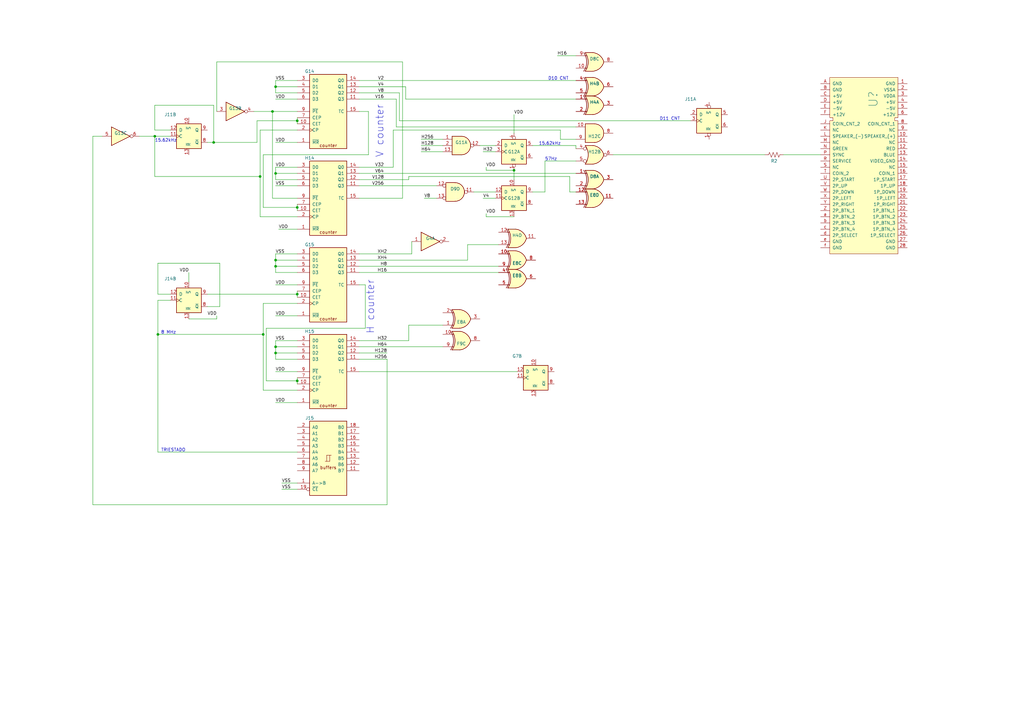
<source format=kicad_sch>
(kicad_sch (version 20211123) (generator eeschema)
  (paper "A3")
  (lib_symbols
    (symbol "Device:R_US" (pin_numbers hide) (pin_names (offset 0))
      (property "Reference" "R" (at 2.54 0 90))
      (property "Value" "R_US" (at -2.54 0 90))
      (symbol "R_US_0_1"
        (polyline (pts (xy 0 -2.286) (xy 0 -2.54)))
        (polyline (pts (xy 0 2.286) (xy 0 2.54)))
        (polyline (pts (xy 0 -0.762) (xy 1.016 -1.143) (xy 0 -1.524) (xy -1.016 -1.905) (xy 0 -2.286)))
        (polyline (pts (xy 0 0.762) (xy 1.016 0.381) (xy 0 0) (xy -1.016 -0.381) (xy 0 -0.762)))
        (polyline (pts (xy 0 2.286) (xy 1.016 1.905) (xy 0 1.524) (xy -1.016 1.143) (xy 0 0.762)))
      )
      (symbol "R_US_1_1"
        (pin passive line (at 0 3.81 270) (length 1.27) (name "~") (number "1"))
        (pin passive line (at 0 -3.81 90) (length 1.27) (name "~") (number "2"))
      )
    )
    (symbol "arcade:JAMMA_CONN" (pin_names (offset 1.016))
      (property "Reference" "U" (at 10.16 -8.89 90))
      (property "Value" "arcade_JAMMA_CONN" (at 13.97 -10.16 90))
      (symbol "JAMMA_CONN_0_1"
        (polyline (pts (xy 0 0) (xy 0 -16.51) (xy 1.27 -16.51) (xy 1.27 -17.78) (xy 0 -17.78) (xy 0 -72.39) (xy 27.94 -72.39) (xy 27.94 -17.78) (xy 26.67 -17.78) (xy 26.67 -16.51) (xy 27.94 -16.51) (xy 27.94 0) (xy 0 0)) (fill (type background)))
      )
      (symbol "JAMMA_CONN_1_1"
        (pin passive line (at -3.81 -2.54 0) (length 3.81) (name "GND") (number "1"))
        (pin input line (at -3.81 -24.13 0) (length 3.81) (name "SPEAKER_(+)") (number "10"))
        (pin input line (at -3.81 -26.67 0) (length 3.81) (name "NC") (number "11"))
        (pin input line (at -3.81 -29.21 0) (length 3.81) (name "RED") (number "12"))
        (pin input line (at -3.81 -31.75 0) (length 3.81) (name "BLUE") (number "13"))
        (pin passive line (at -3.81 -34.29 0) (length 3.81) (name "VIDEO_GND") (number "14"))
        (pin input line (at -3.81 -36.83 0) (length 3.81) (name "NC") (number "15"))
        (pin output line (at -3.81 -39.37 0) (length 3.81) (name "COIN_1") (number "16"))
        (pin output line (at -3.81 -41.91 0) (length 3.81) (name "1P_START") (number "17"))
        (pin output line (at -3.81 -44.45 0) (length 3.81) (name "1P_UP") (number "18"))
        (pin output line (at -3.81 -46.99 0) (length 3.81) (name "1P_DOWN") (number "19"))
        (pin passive line (at -3.81 -5.08 0) (length 3.81) (name "VSSA") (number "2"))
        (pin output line (at -3.81 -49.53 0) (length 3.81) (name "1P_LEFT") (number "20"))
        (pin output line (at -3.81 -52.07 0) (length 3.81) (name "1P_RIGHT") (number "21"))
        (pin output line (at -3.81 -54.61 0) (length 3.81) (name "1P_BTN_1") (number "22"))
        (pin output line (at -3.81 -57.15 0) (length 3.81) (name "1P_BTN_2") (number "23"))
        (pin output line (at -3.81 -59.69 0) (length 3.81) (name "1P_BTN_3") (number "24"))
        (pin output line (at -3.81 -62.23 0) (length 3.81) (name "1P_BTN_4") (number "25"))
        (pin output line (at -3.81 -64.77 0) (length 3.81) (name "1P_SELECT") (number "26"))
        (pin passive line (at -3.81 -67.31 0) (length 3.81) (name "GND") (number "27"))
        (pin passive line (at -3.81 -69.85 0) (length 3.81) (name "GND") (number "28"))
        (pin passive line (at -3.81 -7.62 0) (length 3.81) (name "VDDA") (number "3"))
        (pin passive line (at -3.81 -10.16 0) (length 3.81) (name "+5V") (number "4"))
        (pin passive line (at -3.81 -12.7 0) (length 3.81) (name "-5V") (number "5"))
        (pin passive line (at -3.81 -15.24 0) (length 3.81) (name "+12V") (number "6"))
        (pin input line (at -3.81 -19.05 0) (length 3.81) (name "COIN_CNT_1") (number "8"))
        (pin input line (at -3.81 -21.59 0) (length 3.81) (name "NC") (number "9"))
        (pin passive line (at 31.75 -2.54 180) (length 3.81) (name "GND") (number "A"))
        (pin passive line (at 31.75 -5.08 180) (length 3.81) (name "GND") (number "B"))
        (pin passive line (at 31.75 -7.62 180) (length 3.81) (name "+5V") (number "C"))
        (pin passive line (at 31.75 -10.16 180) (length 3.81) (name "+5V") (number "D"))
        (pin passive line (at 31.75 -12.7 180) (length 3.81) (name "-5V") (number "E"))
        (pin passive line (at 31.75 -15.24 180) (length 3.81) (name "+12V") (number "F"))
        (pin input line (at 31.75 -19.05 180) (length 3.81) (name "COIN_CNT_2") (number "J"))
        (pin input line (at 31.75 -21.59 180) (length 3.81) (name "NC") (number "K"))
        (pin input line (at 31.75 -24.13 180) (length 3.81) (name "SPEAKER_(-)") (number "L"))
        (pin input line (at 31.75 -26.67 180) (length 3.81) (name "NC") (number "M"))
        (pin input line (at 31.75 -29.21 180) (length 3.81) (name "GREEN") (number "N"))
        (pin input line (at 31.75 -31.75 180) (length 3.81) (name "SYNC") (number "P"))
        (pin output line (at 31.75 -34.29 180) (length 3.81) (name "SERVICE") (number "R"))
        (pin input line (at 31.75 -36.83 180) (length 3.81) (name "NC") (number "S"))
        (pin output line (at 31.75 -39.37 180) (length 3.81) (name "COIN_2") (number "T"))
        (pin output line (at 31.75 -41.91 180) (length 3.81) (name "2P_START") (number "U"))
        (pin output line (at 31.75 -44.45 180) (length 3.81) (name "2P_UP") (number "V"))
        (pin output line (at 31.75 -46.99 180) (length 3.81) (name "2P_DOWN") (number "W"))
        (pin output line (at 31.75 -49.53 180) (length 3.81) (name "2P_LEFT") (number "X"))
        (pin output line (at 31.75 -52.07 180) (length 3.81) (name "2P_RIGHT") (number "Y"))
        (pin output line (at 31.75 -54.61 180) (length 3.81) (name "2P_BTN_1") (number "Z"))
        (pin output line (at 31.75 -57.15 180) (length 3.81) (name "2P_BTN_2") (number "a"))
        (pin output line (at 31.75 -59.69 180) (length 3.81) (name "2P_BTN_3") (number "b"))
        (pin output line (at 31.75 -62.23 180) (length 3.81) (name "2P_BTN_4") (number "c"))
        (pin output line (at 31.75 -64.77 180) (length 3.81) (name "2P_SELECT") (number "d"))
        (pin passive line (at 31.75 -67.31 180) (length 3.81) (name "GND") (number "e"))
        (pin passive line (at 31.75 -69.85 180) (length 3.81) (name "GND") (number "f"))
      )
    )
    (symbol "jt74:74LS04" (pin_names (offset 1.016))
      (property "Reference" "U" (at 0 1.27 0))
      (property "Value" "jt74_74LS04" (at 0 -1.27 0))
      (symbol "74LS04_1_0"
        (polyline (pts (xy -3.81 3.81) (xy -3.81 -3.81) (xy 3.81 0) (xy -3.81 3.81)) (stroke (width 0.254)) (fill (type background)))
        (pin input line (at -7.62 0 0) (length 3.81) (name "~") (number "1"))
        (pin output inverted (at 7.62 0 180) (length 3.81) (name "~") (number "2"))
      )
      (symbol "74LS04_2_0"
        (polyline (pts (xy -3.81 3.81) (xy -3.81 -3.81) (xy 3.81 0) (xy -3.81 3.81)) (stroke (width 0.254)) (fill (type background)))
        (pin input line (at -7.62 0 0) (length 3.81) (name "~") (number "3"))
        (pin output inverted (at 7.62 0 180) (length 3.81) (name "~") (number "4"))
      )
      (symbol "74LS04_3_0"
        (polyline (pts (xy -3.81 3.81) (xy -3.81 -3.81) (xy 3.81 0) (xy -3.81 3.81)) (stroke (width 0.254)) (fill (type background)))
        (pin input line (at -7.62 0 0) (length 3.81) (name "~") (number "5"))
        (pin output inverted (at 7.62 0 180) (length 3.81) (name "~") (number "6"))
      )
      (symbol "74LS04_4_0"
        (polyline (pts (xy -3.81 3.81) (xy -3.81 -3.81) (xy 3.81 0) (xy -3.81 3.81)) (stroke (width 0.254)) (fill (type background)))
        (pin output inverted (at 7.62 0 180) (length 3.81) (name "~") (number "8"))
        (pin input line (at -7.62 0 0) (length 3.81) (name "~") (number "9"))
      )
      (symbol "74LS04_5_0"
        (polyline (pts (xy -3.81 3.81) (xy -3.81 -3.81) (xy 3.81 0) (xy -3.81 3.81)) (stroke (width 0.254)) (fill (type background)))
        (pin output inverted (at 7.62 0 180) (length 3.81) (name "~") (number "10"))
        (pin input line (at -7.62 0 0) (length 3.81) (name "~") (number "11"))
      )
      (symbol "74LS04_6_0"
        (polyline (pts (xy -3.81 3.81) (xy -3.81 -3.81) (xy 3.81 0) (xy -3.81 3.81)) (stroke (width 0.254)) (fill (type background)))
        (pin output inverted (at 7.62 0 180) (length 3.81) (name "~") (number "12"))
        (pin input line (at -7.62 0 0) (length 3.81) (name "~") (number "13"))
      )
      (symbol "74LS04_7_0"
        (pin input line (at 0 12.7 270) (length 5.08) hide (name "VCC") (number "14"))
        (pin input line (at 0 -12.7 90) (length 5.08) hide (name "GND") (number "7"))
      )
      (symbol "74LS04_7_1"
        (rectangle (start -5.08 7.62) (end 5.08 -7.62) (stroke (width 0.254)) (fill (type background)))
      )
    )
    (symbol "jt74:74LS08" (pin_names (offset 1.016))
      (property "Reference" "U" (at 0 1.27 0))
      (property "Value" "jt74_74LS08" (at 0 -1.27 0))
      (symbol "74LS08_1_1"
        (arc (start 0 -3.81) (mid 3.81 0) (end 0 3.81) (stroke (width 0.254)) (fill (type background)))
        (polyline (pts (xy 0 3.81) (xy -3.81 3.81) (xy -3.81 -3.81) (xy 0 -3.81)) (stroke (width 0.254)) (fill (type background)))
        (pin input line (at -7.62 2.54 0) (length 3.81) (name "~") (number "1"))
        (pin input line (at -7.62 -2.54 0) (length 3.81) (name "~") (number "2"))
        (pin output line (at 7.62 0 180) (length 3.81) (name "~") (number "3"))
      )
      (symbol "74LS08_1_2"
        (arc (start -3.81 -3.81) (mid -2.589 0) (end -3.81 3.81) (stroke (width 0.254)))
        (arc (start -0.6096 -3.81) (mid 2.1842 -2.5851) (end 3.81 0) (stroke (width 0.254)) (fill (type background)))
        (polyline (pts (xy -3.81 -3.81) (xy -0.635 -3.81)) (stroke (width 0.254)) (fill (type background)))
        (polyline (pts (xy -3.81 3.81) (xy -0.635 3.81)) (stroke (width 0.254)) (fill (type background)))
        (polyline (pts (xy -0.635 3.81) (xy -3.81 3.81) (xy -3.81 3.81) (xy -3.556 3.4036) (xy -3.0226 2.2606) (xy -2.6924 1.0414) (xy -2.6162 -0.254) (xy -2.7686 -1.4986) (xy -3.175 -2.7178) (xy -3.81 -3.81) (xy -3.81 -3.81) (xy -0.635 -3.81)) (stroke (width -25.4)) (fill (type background)))
        (arc (start 3.81 0) (mid 2.1915 2.5936) (end -0.6096 3.81) (stroke (width 0.254)) (fill (type background)))
        (pin input inverted (at -7.62 2.54 0) (length 4.318) (name "~") (number "1"))
        (pin input inverted (at -7.62 -2.54 0) (length 4.318) (name "~") (number "2"))
        (pin output inverted (at 7.62 0 180) (length 3.81) (name "~") (number "3"))
      )
      (symbol "74LS08_2_1"
        (arc (start 0 -3.81) (mid 3.81 0) (end 0 3.81) (stroke (width 0.254)) (fill (type background)))
        (polyline (pts (xy 0 3.81) (xy -3.81 3.81) (xy -3.81 -3.81) (xy 0 -3.81)) (stroke (width 0.254)) (fill (type background)))
        (pin input line (at -7.62 2.54 0) (length 3.81) (name "~") (number "4"))
        (pin input line (at -7.62 -2.54 0) (length 3.81) (name "~") (number "5"))
        (pin output line (at 7.62 0 180) (length 3.81) (name "~") (number "6"))
      )
      (symbol "74LS08_2_2"
        (arc (start -3.81 -3.81) (mid -2.589 0) (end -3.81 3.81) (stroke (width 0.254)))
        (arc (start -0.6096 -3.81) (mid 2.1842 -2.5851) (end 3.81 0) (stroke (width 0.254)) (fill (type background)))
        (polyline (pts (xy -3.81 -3.81) (xy -0.635 -3.81)) (stroke (width 0.254)) (fill (type background)))
        (polyline (pts (xy -3.81 3.81) (xy -0.635 3.81)) (stroke (width 0.254)) (fill (type background)))
        (polyline (pts (xy -0.635 3.81) (xy -3.81 3.81) (xy -3.81 3.81) (xy -3.556 3.4036) (xy -3.0226 2.2606) (xy -2.6924 1.0414) (xy -2.6162 -0.254) (xy -2.7686 -1.4986) (xy -3.175 -2.7178) (xy -3.81 -3.81) (xy -3.81 -3.81) (xy -0.635 -3.81)) (stroke (width -25.4)) (fill (type background)))
        (arc (start 3.81 0) (mid 2.1915 2.5936) (end -0.6096 3.81) (stroke (width 0.254)) (fill (type background)))
        (pin input inverted (at -7.62 2.54 0) (length 4.318) (name "~") (number "4"))
        (pin input inverted (at -7.62 -2.54 0) (length 4.318) (name "~") (number "5"))
        (pin output inverted (at 7.62 0 180) (length 3.81) (name "~") (number "6"))
      )
      (symbol "74LS08_3_1"
        (arc (start 0 -3.81) (mid 3.81 0) (end 0 3.81) (stroke (width 0.254)) (fill (type background)))
        (polyline (pts (xy 0 3.81) (xy -3.81 3.81) (xy -3.81 -3.81) (xy 0 -3.81)) (stroke (width 0.254)) (fill (type background)))
        (pin input line (at -7.62 -2.54 0) (length 3.81) (name "~") (number "10"))
        (pin output line (at 7.62 0 180) (length 3.81) (name "~") (number "8"))
        (pin input line (at -7.62 2.54 0) (length 3.81) (name "~") (number "9"))
      )
      (symbol "74LS08_3_2"
        (arc (start -3.81 -3.81) (mid -2.589 0) (end -3.81 3.81) (stroke (width 0.254)))
        (arc (start -0.6096 -3.81) (mid 2.1842 -2.5851) (end 3.81 0) (stroke (width 0.254)) (fill (type background)))
        (polyline (pts (xy -3.81 -3.81) (xy -0.635 -3.81)) (stroke (width 0.254)) (fill (type background)))
        (polyline (pts (xy -3.81 3.81) (xy -0.635 3.81)) (stroke (width 0.254)) (fill (type background)))
        (polyline (pts (xy -0.635 3.81) (xy -3.81 3.81) (xy -3.81 3.81) (xy -3.556 3.4036) (xy -3.0226 2.2606) (xy -2.6924 1.0414) (xy -2.6162 -0.254) (xy -2.7686 -1.4986) (xy -3.175 -2.7178) (xy -3.81 -3.81) (xy -3.81 -3.81) (xy -0.635 -3.81)) (stroke (width -25.4)) (fill (type background)))
        (arc (start 3.81 0) (mid 2.1915 2.5936) (end -0.6096 3.81) (stroke (width 0.254)) (fill (type background)))
        (pin input inverted (at -7.62 -2.54 0) (length 4.318) (name "~") (number "10"))
        (pin output inverted (at 7.62 0 180) (length 3.81) (name "~") (number "8"))
        (pin input inverted (at -7.62 2.54 0) (length 4.318) (name "~") (number "9"))
      )
      (symbol "74LS08_4_1"
        (arc (start 0 -3.81) (mid 3.81 0) (end 0 3.81) (stroke (width 0.254)) (fill (type background)))
        (polyline (pts (xy 0 3.81) (xy -3.81 3.81) (xy -3.81 -3.81) (xy 0 -3.81)) (stroke (width 0.254)) (fill (type background)))
        (pin output line (at 7.62 0 180) (length 3.81) (name "~") (number "11"))
        (pin input line (at -7.62 2.54 0) (length 3.81) (name "~") (number "12"))
        (pin input line (at -7.62 -2.54 0) (length 3.81) (name "~") (number "13"))
      )
      (symbol "74LS08_4_2"
        (arc (start -3.81 -3.81) (mid -2.589 0) (end -3.81 3.81) (stroke (width 0.254)))
        (arc (start -0.6096 -3.81) (mid 2.1842 -2.5851) (end 3.81 0) (stroke (width 0.254)) (fill (type background)))
        (polyline (pts (xy -3.81 -3.81) (xy -0.635 -3.81)) (stroke (width 0.254)) (fill (type background)))
        (polyline (pts (xy -3.81 3.81) (xy -0.635 3.81)) (stroke (width 0.254)) (fill (type background)))
        (polyline (pts (xy -0.635 3.81) (xy -3.81 3.81) (xy -3.81 3.81) (xy -3.556 3.4036) (xy -3.0226 2.2606) (xy -2.6924 1.0414) (xy -2.6162 -0.254) (xy -2.7686 -1.4986) (xy -3.175 -2.7178) (xy -3.81 -3.81) (xy -3.81 -3.81) (xy -0.635 -3.81)) (stroke (width -25.4)) (fill (type background)))
        (arc (start 3.81 0) (mid 2.1915 2.5936) (end -0.6096 3.81) (stroke (width 0.254)) (fill (type background)))
        (pin output inverted (at 7.62 0 180) (length 3.81) (name "~") (number "11"))
        (pin input inverted (at -7.62 2.54 0) (length 4.318) (name "~") (number "12"))
        (pin input inverted (at -7.62 -2.54 0) (length 4.318) (name "~") (number "13"))
      )
      (symbol "74LS08_5_0"
        (pin input line (at 0 12.7 270) (length 5.08) hide (name "VCC") (number "14"))
        (pin input line (at 0 -12.7 90) (length 5.08) hide (name "GND") (number "7"))
      )
      (symbol "74LS08_5_1"
        (rectangle (start -5.08 7.62) (end 5.08 -7.62) (stroke (width 0.254)) (fill (type background)))
      )
    )
    (symbol "jt74:74LS10" (pin_names (offset 1.016))
      (property "Reference" "U" (at 0 1.27 0))
      (property "Value" "jt74_74LS10" (at 0 -1.27 0))
      (symbol "74LS10_1_1"
        (arc (start 0 -3.81) (mid 3.81 0) (end 0 3.81) (stroke (width 0.254)) (fill (type background)))
        (polyline (pts (xy 0 3.81) (xy -3.81 3.81) (xy -3.81 -3.81) (xy 0 -3.81)) (stroke (width 0.254)) (fill (type background)))
        (pin input line (at -7.62 2.54 0) (length 3.81) (name "~") (number "1"))
        (pin output inverted (at 7.62 0 180) (length 3.81) (name "~") (number "12"))
        (pin input line (at -7.62 -2.54 0) (length 3.81) (name "~") (number "13"))
        (pin input line (at -7.62 0 0) (length 3.81) (name "~") (number "2"))
      )
      (symbol "74LS10_1_2"
        (arc (start -3.81 -3.81) (mid -2.589 0) (end -3.81 3.81) (stroke (width 0.254)))
        (arc (start -0.6096 -3.81) (mid 2.1842 -2.5851) (end 3.81 0) (stroke (width 0.254)) (fill (type background)))
        (polyline (pts (xy -3.81 -3.81) (xy -0.635 -3.81)) (stroke (width 0.254)) (fill (type background)))
        (polyline (pts (xy -3.81 3.81) (xy -0.635 3.81)) (stroke (width 0.254)) (fill (type background)))
        (polyline (pts (xy -0.635 3.81) (xy -3.81 3.81) (xy -3.81 3.81) (xy -3.556 3.4036) (xy -3.0226 2.2606) (xy -2.6924 1.0414) (xy -2.6162 -0.254) (xy -2.7686 -1.4986) (xy -3.175 -2.7178) (xy -3.81 -3.81) (xy -3.81 -3.81) (xy -0.635 -3.81)) (stroke (width -25.4)) (fill (type background)))
        (arc (start 3.81 0) (mid 2.1915 2.5936) (end -0.6096 3.81) (stroke (width 0.254)) (fill (type background)))
        (pin input inverted (at -7.62 2.54 0) (length 4.318) (name "~") (number "1"))
        (pin output line (at 7.62 0 180) (length 3.81) (name "~") (number "12"))
        (pin input inverted (at -7.62 -2.54 0) (length 4.318) (name "~") (number "13"))
        (pin input inverted (at -7.62 0 0) (length 4.953) (name "~") (number "2"))
      )
      (symbol "74LS10_2_1"
        (arc (start 0 -3.81) (mid 3.81 0) (end 0 3.81) (stroke (width 0.254)) (fill (type background)))
        (polyline (pts (xy 0 3.81) (xy -3.81 3.81) (xy -3.81 -3.81) (xy 0 -3.81)) (stroke (width 0.254)) (fill (type background)))
        (pin input line (at -7.62 2.54 0) (length 3.81) (name "~") (number "3"))
        (pin input line (at -7.62 0 0) (length 3.81) (name "~") (number "4"))
        (pin input line (at -7.62 -2.54 0) (length 3.81) (name "~") (number "5"))
        (pin output inverted (at 7.62 0 180) (length 3.81) (name "~") (number "6"))
      )
      (symbol "74LS10_2_2"
        (arc (start -3.81 -3.81) (mid -2.589 0) (end -3.81 3.81) (stroke (width 0.254)))
        (arc (start -0.6096 -3.81) (mid 2.1842 -2.5851) (end 3.81 0) (stroke (width 0.254)) (fill (type background)))
        (polyline (pts (xy -3.81 -3.81) (xy -0.635 -3.81)) (stroke (width 0.254)) (fill (type background)))
        (polyline (pts (xy -3.81 3.81) (xy -0.635 3.81)) (stroke (width 0.254)) (fill (type background)))
        (polyline (pts (xy -0.635 3.81) (xy -3.81 3.81) (xy -3.81 3.81) (xy -3.556 3.4036) (xy -3.0226 2.2606) (xy -2.6924 1.0414) (xy -2.6162 -0.254) (xy -2.7686 -1.4986) (xy -3.175 -2.7178) (xy -3.81 -3.81) (xy -3.81 -3.81) (xy -0.635 -3.81)) (stroke (width -25.4)) (fill (type background)))
        (arc (start 3.81 0) (mid 2.1915 2.5936) (end -0.6096 3.81) (stroke (width 0.254)) (fill (type background)))
        (pin input inverted (at -7.62 2.54 0) (length 4.318) (name "~") (number "3"))
        (pin input inverted (at -7.62 0 0) (length 4.953) (name "~") (number "4"))
        (pin input inverted (at -7.62 -2.54 0) (length 4.318) (name "~") (number "5"))
        (pin output line (at 7.62 0 180) (length 3.81) (name "~") (number "6"))
      )
      (symbol "74LS10_3_1"
        (arc (start 0 -3.81) (mid 3.81 0) (end 0 3.81) (stroke (width 0.254)) (fill (type background)))
        (polyline (pts (xy 0 3.81) (xy -3.81 3.81) (xy -3.81 -3.81) (xy 0 -3.81)) (stroke (width 0.254)) (fill (type background)))
        (pin input line (at -7.62 0 0) (length 3.81) (name "~") (number "10"))
        (pin input line (at -7.62 -2.54 0) (length 3.81) (name "~") (number "11"))
        (pin output inverted (at 7.62 0 180) (length 3.81) (name "~") (number "8"))
        (pin input line (at -7.62 2.54 0) (length 3.81) (name "~") (number "9"))
      )
      (symbol "74LS10_3_2"
        (arc (start -3.81 -3.81) (mid -2.589 0) (end -3.81 3.81) (stroke (width 0.254)))
        (arc (start -0.6096 -3.81) (mid 2.1842 -2.5851) (end 3.81 0) (stroke (width 0.254)) (fill (type background)))
        (polyline (pts (xy -3.81 -3.81) (xy -0.635 -3.81)) (stroke (width 0.254)) (fill (type background)))
        (polyline (pts (xy -3.81 3.81) (xy -0.635 3.81)) (stroke (width 0.254)) (fill (type background)))
        (polyline (pts (xy -0.635 3.81) (xy -3.81 3.81) (xy -3.81 3.81) (xy -3.556 3.4036) (xy -3.0226 2.2606) (xy -2.6924 1.0414) (xy -2.6162 -0.254) (xy -2.7686 -1.4986) (xy -3.175 -2.7178) (xy -3.81 -3.81) (xy -3.81 -3.81) (xy -0.635 -3.81)) (stroke (width -25.4)) (fill (type background)))
        (arc (start 3.81 0) (mid 2.1915 2.5936) (end -0.6096 3.81) (stroke (width 0.254)) (fill (type background)))
        (pin input inverted (at -7.62 0 0) (length 4.953) (name "~") (number "10"))
        (pin input inverted (at -7.62 -2.54 0) (length 4.318) (name "~") (number "11"))
        (pin output line (at 7.62 0 180) (length 3.81) (name "~") (number "8"))
        (pin input inverted (at -7.62 2.54 0) (length 4.318) (name "~") (number "9"))
      )
      (symbol "74LS10_4_0"
        (pin input line (at 0 12.7 270) (length 5.08) hide (name "VCC") (number "14"))
        (pin input line (at 0 -12.7 90) (length 5.08) hide (name "GND") (number "7"))
      )
      (symbol "74LS10_4_1"
        (rectangle (start -5.08 7.62) (end 5.08 -7.62) (stroke (width 0.254)) (fill (type background)))
      )
    )
    (symbol "jt74:74LS161" (pin_names (offset 1.016))
      (property "Reference" "U" (at -7.62 16.51 0))
      (property "Value" "jt74_74LS161" (at -7.62 -16.51 0))
      (symbol "74LS161_0_0"
        (text "counter" (at 0 -13.97 0) (effects (font (size 1.27 1.27))))
      )
      (symbol "74LS161_0_2"
        (rectangle (start -7.62 15.24) (end 7.62 -15.24) (fill (type background)))
      )
      (symbol "74LS161_1_0"
        (pin input line (at -12.7 -12.7 0) (length 5.08) (name "~{MR}") (number "1"))
        (pin input line (at -12.7 -5.08 0) (length 5.08) (name "CET") (number "10"))
        (pin output line (at 12.7 5.08 180) (length 5.08) (name "Q3") (number "11"))
        (pin output line (at 12.7 7.62 180) (length 5.08) (name "Q2") (number "12"))
        (pin output line (at 12.7 10.16 180) (length 5.08) (name "Q1") (number "13"))
        (pin output line (at 12.7 12.7 180) (length 5.08) (name "Q0") (number "14"))
        (pin output line (at 12.7 0 180) (length 5.08) (name "TC") (number "15"))
        (pin input clock (at -12.7 -7.62 0) (length 5.08) (name "CP") (number "2"))
        (pin input line (at -12.7 12.7 0) (length 5.08) (name "D0") (number "3"))
        (pin input line (at -12.7 10.16 0) (length 5.08) (name "D1") (number "4"))
        (pin input line (at -12.7 7.62 0) (length 5.08) (name "D2") (number "5"))
        (pin input line (at -12.7 5.08 0) (length 5.08) (name "D3") (number "6"))
        (pin input line (at -12.7 -2.54 0) (length 5.08) (name "CEP") (number "7"))
        (pin input line (at -12.7 0 0) (length 5.08) (name "~{PE}") (number "9"))
      )
      (symbol "74LS161_1_1"
        (rectangle (start -7.62 15.24) (end 7.62 -15.24) (stroke (width 0.254)) (fill (type background)))
      )
    )
    (symbol "jt74:74LS245" (pin_names (offset 1.016))
      (property "Reference" "U" (at -7.62 16.51 0))
      (property "Value" "jt74_74LS245" (at 2.54 -13.97 0))
      (symbol "74LS245_0_0"
        (text "buffers" (at 0 -3.81 0) (effects (font (size 1.27 1.27))))
      )
      (symbol "74LS245_1_0"
        (polyline (pts (xy -0.635 -1.27) (xy -0.635 1.27) (xy 0.635 1.27)))
        (polyline (pts (xy -1.27 -1.27) (xy 0.635 -1.27) (xy 0.635 1.27) (xy 1.27 1.27)))
        (pin input line (at -12.7 -10.16 0) (length 5.08) (name "A->B") (number "1"))
        (pin tri_state line (at 12.7 -5.08 180) (length 5.08) (name "B7") (number "11"))
        (pin tri_state line (at 12.7 -2.54 180) (length 5.08) (name "B6") (number "12"))
        (pin tri_state line (at 12.7 0 180) (length 5.08) (name "B5") (number "13"))
        (pin tri_state line (at 12.7 2.54 180) (length 5.08) (name "B4") (number "14"))
        (pin tri_state line (at 12.7 5.08 180) (length 5.08) (name "B3") (number "15"))
        (pin tri_state line (at 12.7 7.62 180) (length 5.08) (name "B2") (number "16"))
        (pin tri_state line (at 12.7 10.16 180) (length 5.08) (name "B1") (number "17"))
        (pin tri_state line (at 12.7 12.7 180) (length 5.08) (name "B0") (number "18"))
        (pin input inverted (at -12.7 -12.7 0) (length 5.08) (name "~{CE}") (number "19"))
        (pin tri_state line (at -12.7 12.7 0) (length 5.08) (name "A0") (number "2"))
        (pin tri_state line (at -12.7 10.16 0) (length 5.08) (name "A1") (number "3"))
        (pin tri_state line (at -12.7 7.62 0) (length 5.08) (name "A2") (number "4"))
        (pin tri_state line (at -12.7 5.08 0) (length 5.08) (name "A3") (number "5"))
        (pin tri_state line (at -12.7 2.54 0) (length 5.08) (name "A4") (number "6"))
        (pin tri_state line (at -12.7 0 0) (length 5.08) (name "A5") (number "7"))
        (pin tri_state line (at -12.7 -2.54 0) (length 5.08) (name "A6") (number "8"))
        (pin tri_state line (at -12.7 -5.08 0) (length 5.08) (name "A7") (number "9"))
      )
      (symbol "74LS245_1_1"
        (rectangle (start -7.62 15.24) (end 7.62 -15.24) (stroke (width 0.254)) (fill (type background)))
      )
    )
    (symbol "jt74:74LS32" (pin_names (offset 1.016))
      (property "Reference" "U" (at 0 1.27 0))
      (property "Value" "jt74_74LS32" (at 0 -1.27 0))
      (symbol "74LS32_1_1"
        (arc (start -3.81 -3.81) (mid -2.589 0) (end -3.81 3.81) (stroke (width 0.254)))
        (arc (start -0.6096 -3.81) (mid 2.1842 -2.5851) (end 3.81 0) (stroke (width 0.254)) (fill (type background)))
        (polyline (pts (xy -3.81 -3.81) (xy -0.635 -3.81)) (stroke (width 0.254)) (fill (type background)))
        (polyline (pts (xy -3.81 3.81) (xy -0.635 3.81)) (stroke (width 0.254)) (fill (type background)))
        (polyline (pts (xy -0.635 3.81) (xy -3.81 3.81) (xy -3.81 3.81) (xy -3.556 3.4036) (xy -3.0226 2.2606) (xy -2.6924 1.0414) (xy -2.6162 -0.254) (xy -2.7686 -1.4986) (xy -3.175 -2.7178) (xy -3.81 -3.81) (xy -3.81 -3.81) (xy -0.635 -3.81)) (stroke (width -25.4)) (fill (type background)))
        (arc (start 3.81 0) (mid 2.1915 2.5936) (end -0.6096 3.81) (stroke (width 0.254)) (fill (type background)))
        (pin input line (at -7.62 2.54 0) (length 4.318) (name "~") (number "1"))
        (pin input line (at -7.62 -2.54 0) (length 4.318) (name "~") (number "2"))
        (pin output line (at 7.62 0 180) (length 3.81) (name "~") (number "3"))
      )
      (symbol "74LS32_1_2"
        (arc (start 0 -3.81) (mid 3.81 0) (end 0 3.81) (stroke (width 0.254)) (fill (type background)))
        (polyline (pts (xy 0 3.81) (xy -3.81 3.81) (xy -3.81 -3.81) (xy 0 -3.81)) (stroke (width 0.254)) (fill (type background)))
        (pin input inverted (at -7.62 2.54 0) (length 3.81) (name "~") (number "1"))
        (pin input inverted (at -7.62 -2.54 0) (length 3.81) (name "~") (number "2"))
        (pin output inverted (at 7.62 0 180) (length 3.81) (name "~") (number "3"))
      )
      (symbol "74LS32_2_1"
        (arc (start -3.81 -3.81) (mid -2.589 0) (end -3.81 3.81) (stroke (width 0.254)))
        (arc (start -0.6096 -3.81) (mid 2.1842 -2.5851) (end 3.81 0) (stroke (width 0.254)) (fill (type background)))
        (polyline (pts (xy -3.81 -3.81) (xy -0.635 -3.81)) (stroke (width 0.254)) (fill (type background)))
        (polyline (pts (xy -3.81 3.81) (xy -0.635 3.81)) (stroke (width 0.254)) (fill (type background)))
        (polyline (pts (xy -0.635 3.81) (xy -3.81 3.81) (xy -3.81 3.81) (xy -3.556 3.4036) (xy -3.0226 2.2606) (xy -2.6924 1.0414) (xy -2.6162 -0.254) (xy -2.7686 -1.4986) (xy -3.175 -2.7178) (xy -3.81 -3.81) (xy -3.81 -3.81) (xy -0.635 -3.81)) (stroke (width -25.4)) (fill (type background)))
        (arc (start 3.81 0) (mid 2.1915 2.5936) (end -0.6096 3.81) (stroke (width 0.254)) (fill (type background)))
        (pin input line (at -7.62 2.54 0) (length 4.318) (name "~") (number "4"))
        (pin input line (at -7.62 -2.54 0) (length 4.318) (name "~") (number "5"))
        (pin output line (at 7.62 0 180) (length 3.81) (name "~") (number "6"))
      )
      (symbol "74LS32_2_2"
        (arc (start 0 -3.81) (mid 3.81 0) (end 0 3.81) (stroke (width 0.254)) (fill (type background)))
        (polyline (pts (xy 0 3.81) (xy -3.81 3.81) (xy -3.81 -3.81) (xy 0 -3.81)) (stroke (width 0.254)) (fill (type background)))
        (pin input inverted (at -7.62 2.54 0) (length 3.81) (name "~") (number "4"))
        (pin input inverted (at -7.62 -2.54 0) (length 3.81) (name "~") (number "5"))
        (pin output inverted (at 7.62 0 180) (length 3.81) (name "~") (number "6"))
      )
      (symbol "74LS32_3_1"
        (arc (start -3.81 -3.81) (mid -2.589 0) (end -3.81 3.81) (stroke (width 0.254)))
        (arc (start -0.6096 -3.81) (mid 2.1842 -2.5851) (end 3.81 0) (stroke (width 0.254)) (fill (type background)))
        (polyline (pts (xy -3.81 -3.81) (xy -0.635 -3.81)) (stroke (width 0.254)) (fill (type background)))
        (polyline (pts (xy -3.81 3.81) (xy -0.635 3.81)) (stroke (width 0.254)) (fill (type background)))
        (polyline (pts (xy -0.635 3.81) (xy -3.81 3.81) (xy -3.81 3.81) (xy -3.556 3.4036) (xy -3.0226 2.2606) (xy -2.6924 1.0414) (xy -2.6162 -0.254) (xy -2.7686 -1.4986) (xy -3.175 -2.7178) (xy -3.81 -3.81) (xy -3.81 -3.81) (xy -0.635 -3.81)) (stroke (width -25.4)) (fill (type background)))
        (arc (start 3.81 0) (mid 2.1915 2.5936) (end -0.6096 3.81) (stroke (width 0.254)) (fill (type background)))
        (pin input line (at -7.62 -2.54 0) (length 4.318) (name "~") (number "10"))
        (pin output line (at 7.62 0 180) (length 3.81) (name "~") (number "8"))
        (pin input line (at -7.62 2.54 0) (length 4.318) (name "~") (number "9"))
      )
      (symbol "74LS32_3_2"
        (arc (start 0 -3.81) (mid 3.81 0) (end 0 3.81) (stroke (width 0.254)) (fill (type background)))
        (polyline (pts (xy 0 3.81) (xy -3.81 3.81) (xy -3.81 -3.81) (xy 0 -3.81)) (stroke (width 0.254)) (fill (type background)))
        (pin input inverted (at -7.62 -2.54 0) (length 3.81) (name "~") (number "10"))
        (pin output inverted (at 7.62 0 180) (length 3.81) (name "~") (number "8"))
        (pin input inverted (at -7.62 2.54 0) (length 3.81) (name "~") (number "9"))
      )
      (symbol "74LS32_4_1"
        (arc (start -3.81 -3.81) (mid -2.589 0) (end -3.81 3.81) (stroke (width 0.254)))
        (arc (start -0.6096 -3.81) (mid 2.1842 -2.5851) (end 3.81 0) (stroke (width 0.254)) (fill (type background)))
        (polyline (pts (xy -3.81 -3.81) (xy -0.635 -3.81)) (stroke (width 0.254)) (fill (type background)))
        (polyline (pts (xy -3.81 3.81) (xy -0.635 3.81)) (stroke (width 0.254)) (fill (type background)))
        (polyline (pts (xy -0.635 3.81) (xy -3.81 3.81) (xy -3.81 3.81) (xy -3.556 3.4036) (xy -3.0226 2.2606) (xy -2.6924 1.0414) (xy -2.6162 -0.254) (xy -2.7686 -1.4986) (xy -3.175 -2.7178) (xy -3.81 -3.81) (xy -3.81 -3.81) (xy -0.635 -3.81)) (stroke (width -25.4)) (fill (type background)))
        (arc (start 3.81 0) (mid 2.1915 2.5936) (end -0.6096 3.81) (stroke (width 0.254)) (fill (type background)))
        (pin output line (at 7.62 0 180) (length 3.81) (name "~") (number "11"))
        (pin input line (at -7.62 2.54 0) (length 4.318) (name "~") (number "12"))
        (pin input line (at -7.62 -2.54 0) (length 4.318) (name "~") (number "13"))
      )
      (symbol "74LS32_4_2"
        (arc (start 0 -3.81) (mid 3.81 0) (end 0 3.81) (stroke (width 0.254)) (fill (type background)))
        (polyline (pts (xy 0 3.81) (xy -3.81 3.81) (xy -3.81 -3.81) (xy 0 -3.81)) (stroke (width 0.254)) (fill (type background)))
        (pin output inverted (at 7.62 0 180) (length 3.81) (name "~") (number "11"))
        (pin input inverted (at -7.62 2.54 0) (length 3.81) (name "~") (number "12"))
        (pin input inverted (at -7.62 -2.54 0) (length 3.81) (name "~") (number "13"))
      )
      (symbol "74LS32_5_0"
        (pin input line (at 0 12.7 270) (length 5.08) hide (name "VCC") (number "14"))
        (pin input line (at 0 -12.7 90) (length 5.08) hide (name "GND") (number "7"))
      )
      (symbol "74LS32_5_1"
        (rectangle (start -5.08 7.62) (end 5.08 -7.62) (stroke (width 0.254)) (fill (type background)))
      )
    )
    (symbol "jt74:74LS74" (pin_names (offset 1.016))
      (property "Reference" "U" (at -7.62 8.89 0))
      (property "Value" "jt74_74LS74" (at -7.62 -8.89 0))
      (symbol "74LS74_1_0"
        (pin input inverted (at 0 -7.62 90) (length 2.54) (name "~{R}") (number "1"))
        (pin input line (at -7.62 2.54 0) (length 2.54) (name "D") (number "2"))
        (pin input clock (at -7.62 0 0) (length 2.54) (name "C") (number "3"))
        (pin input inverted (at 0 7.62 270) (length 2.54) (name "~{S}") (number "4"))
        (pin output line (at 7.62 2.54 180) (length 2.54) (name "Q") (number "5"))
        (pin output line (at 7.62 -2.54 180) (length 2.54) (name "~{Q}") (number "6"))
      )
      (symbol "74LS74_1_1"
        (rectangle (start -5.08 5.08) (end 5.08 -5.08) (stroke (width 0.254)) (fill (type background)))
      )
      (symbol "74LS74_2_0"
        (pin input clock (at -7.62 0 0) (length 2.54) (name "C") (number "11"))
        (pin input line (at -7.62 2.54 0) (length 2.54) (name "D") (number "12"))
        (pin input line (at 0 -7.62 90) (length 2.54) (name "~{R}") (number "13"))
        (pin output line (at 7.62 -2.54 180) (length 2.54) (name "~{Q}") (number "8"))
        (pin output line (at 7.62 2.54 180) (length 2.54) (name "Q") (number "9"))
      )
      (symbol "74LS74_2_1"
        (rectangle (start -5.08 5.08) (end 5.08 -5.08) (stroke (width 0.254)) (fill (type background)))
        (pin input line (at 0 7.62 270) (length 2.54) (name "~{S}") (number "10"))
      )
      (symbol "74LS74_3_0"
        (pin input line (at 0 10.16 270) (length 2.54) hide (name "VCC") (number "14"))
        (pin input line (at 0 -10.16 90) (length 2.54) hide (name "GND") (number "7"))
      )
      (symbol "74LS74_3_1"
        (rectangle (start -5.08 7.62) (end 5.08 -7.62) (stroke (width 0.254)) (fill (type background)))
      )
    )
    (symbol "jt74:74LS86" (pin_names (offset 1.016))
      (property "Reference" "U" (at 0 1.27 0))
      (property "Value" "jt74_74LS86" (at 0 -1.27 0))
      (symbol "74LS86_1_0"
        (arc (start -4.4196 -3.81) (mid -3.2033 0) (end -4.4196 3.81) (stroke (width 0.254)))
        (arc (start -3.81 -3.81) (mid -2.589 0) (end -3.81 3.81) (stroke (width 0.254)))
        (arc (start -0.6096 -3.81) (mid 2.1842 -2.5851) (end 3.81 0) (stroke (width 0.254)) (fill (type background)))
        (polyline (pts (xy -3.81 -3.81) (xy -0.635 -3.81)) (stroke (width 0.254)) (fill (type background)))
        (polyline (pts (xy -3.81 3.81) (xy -0.635 3.81)) (stroke (width 0.254)) (fill (type background)))
        (polyline (pts (xy -0.635 3.81) (xy -3.81 3.81) (xy -3.81 3.81) (xy -3.556 3.4036) (xy -3.0226 2.2606) (xy -2.6924 1.0414) (xy -2.6162 -0.254) (xy -2.7686 -1.4986) (xy -3.175 -2.7178) (xy -3.81 -3.81) (xy -3.81 -3.81) (xy -0.635 -3.81)) (stroke (width -25.4)) (fill (type background)))
        (arc (start 3.81 0) (mid 2.1915 2.5936) (end -0.6096 3.81) (stroke (width 0.254)) (fill (type background)))
        (pin input line (at -7.62 2.54 0) (length 4.445) (name "~") (number "1"))
        (pin input line (at -7.62 -2.54 0) (length 4.445) (name "~") (number "2"))
        (pin output line (at 7.62 0 180) (length 3.81) (name "~") (number "3"))
      )
      (symbol "74LS86_1_1"
        (polyline (pts (xy -3.81 -2.54) (xy -3.175 -2.54)) (stroke (width 0.1524)))
        (polyline (pts (xy -3.81 2.54) (xy -3.175 2.54)) (stroke (width 0.1524)))
      )
      (symbol "74LS86_2_0"
        (arc (start -4.4196 -3.81) (mid -3.2033 0) (end -4.4196 3.81) (stroke (width 0.254)))
        (arc (start -3.81 -3.81) (mid -2.589 0) (end -3.81 3.81) (stroke (width 0.254)))
        (arc (start -0.6096 -3.81) (mid 2.1842 -2.5851) (end 3.81 0) (stroke (width 0.254)) (fill (type background)))
        (polyline (pts (xy -3.81 -3.81) (xy -0.635 -3.81)) (stroke (width 0.254)) (fill (type background)))
        (polyline (pts (xy -3.81 3.81) (xy -0.635 3.81)) (stroke (width 0.254)) (fill (type background)))
        (polyline (pts (xy -0.635 3.81) (xy -3.81 3.81) (xy -3.81 3.81) (xy -3.556 3.4036) (xy -3.0226 2.2606) (xy -2.6924 1.0414) (xy -2.6162 -0.254) (xy -2.7686 -1.4986) (xy -3.175 -2.7178) (xy -3.81 -3.81) (xy -3.81 -3.81) (xy -0.635 -3.81)) (stroke (width -25.4)) (fill (type background)))
        (arc (start 3.81 0) (mid 2.1915 2.5936) (end -0.6096 3.81) (stroke (width 0.254)) (fill (type background)))
        (pin input line (at -7.62 2.54 0) (length 4.445) (name "~") (number "4"))
        (pin input line (at -7.62 -2.54 0) (length 4.445) (name "~") (number "5"))
        (pin output line (at 7.62 0 180) (length 3.81) (name "~") (number "6"))
      )
      (symbol "74LS86_2_1"
        (polyline (pts (xy -3.81 -2.54) (xy -3.175 -2.54)) (stroke (width 0.1524)))
        (polyline (pts (xy -3.81 2.54) (xy -3.175 2.54)) (stroke (width 0.1524)))
      )
      (symbol "74LS86_3_0"
        (arc (start -4.4196 -3.81) (mid -3.2033 0) (end -4.4196 3.81) (stroke (width 0.254)))
        (arc (start -3.81 -3.81) (mid -2.589 0) (end -3.81 3.81) (stroke (width 0.254)))
        (arc (start -0.6096 -3.81) (mid 2.1842 -2.5851) (end 3.81 0) (stroke (width 0.254)) (fill (type background)))
        (polyline (pts (xy -3.81 -3.81) (xy -0.635 -3.81)) (stroke (width 0.254)) (fill (type background)))
        (polyline (pts (xy -3.81 3.81) (xy -0.635 3.81)) (stroke (width 0.254)) (fill (type background)))
        (polyline (pts (xy -0.635 3.81) (xy -3.81 3.81) (xy -3.81 3.81) (xy -3.556 3.4036) (xy -3.0226 2.2606) (xy -2.6924 1.0414) (xy -2.6162 -0.254) (xy -2.7686 -1.4986) (xy -3.175 -2.7178) (xy -3.81 -3.81) (xy -3.81 -3.81) (xy -0.635 -3.81)) (stroke (width -25.4)) (fill (type background)))
        (arc (start 3.81 0) (mid 2.1915 2.5936) (end -0.6096 3.81) (stroke (width 0.254)) (fill (type background)))
        (pin input line (at -7.62 -2.54 0) (length 4.445) (name "~") (number "10"))
        (pin output line (at 7.62 0 180) (length 3.81) (name "~") (number "8"))
        (pin input line (at -7.62 2.54 0) (length 4.445) (name "~") (number "9"))
      )
      (symbol "74LS86_3_1"
        (polyline (pts (xy -3.81 -2.54) (xy -3.175 -2.54)) (stroke (width 0.1524)))
        (polyline (pts (xy -3.81 2.54) (xy -3.175 2.54)) (stroke (width 0.1524)))
      )
      (symbol "74LS86_4_0"
        (arc (start -4.4196 -3.81) (mid -3.2033 0) (end -4.4196 3.81) (stroke (width 0.254)))
        (arc (start -3.81 -3.81) (mid -2.589 0) (end -3.81 3.81) (stroke (width 0.254)))
        (arc (start -0.6096 -3.81) (mid 2.1842 -2.5851) (end 3.81 0) (stroke (width 0.254)) (fill (type background)))
        (polyline (pts (xy -3.81 -3.81) (xy -0.635 -3.81)) (stroke (width 0.254)) (fill (type background)))
        (polyline (pts (xy -3.81 3.81) (xy -0.635 3.81)) (stroke (width 0.254)) (fill (type background)))
        (polyline (pts (xy -0.635 3.81) (xy -3.81 3.81) (xy -3.81 3.81) (xy -3.556 3.4036) (xy -3.0226 2.2606) (xy -2.6924 1.0414) (xy -2.6162 -0.254) (xy -2.7686 -1.4986) (xy -3.175 -2.7178) (xy -3.81 -3.81) (xy -3.81 -3.81) (xy -0.635 -3.81)) (stroke (width -25.4)) (fill (type background)))
        (arc (start 3.81 0) (mid 2.1915 2.5936) (end -0.6096 3.81) (stroke (width 0.254)) (fill (type background)))
        (pin output line (at 7.62 0 180) (length 3.81) (name "~") (number "11"))
        (pin input line (at -7.62 2.54 0) (length 4.445) (name "~") (number "12"))
        (pin input line (at -7.62 -2.54 0) (length 4.445) (name "~") (number "13"))
      )
      (symbol "74LS86_4_1"
        (polyline (pts (xy -3.81 -2.54) (xy -3.175 -2.54)) (stroke (width 0.1524)))
        (polyline (pts (xy -3.81 2.54) (xy -3.175 2.54)) (stroke (width 0.1524)))
      )
      (symbol "74LS86_5_0"
        (pin input line (at 0 12.7 270) (length 5.08) hide (name "VCC") (number "14"))
        (pin input line (at 0 -12.7 90) (length 5.08) hide (name "GND") (number "7"))
      )
      (symbol "74LS86_5_1"
        (rectangle (start -5.08 7.62) (end 5.08 -7.62) (stroke (width 0.254)) (fill (type background)))
      )
    )
  )
  (junction (at 121.92 120.65))
  (junction (at 63.5 55.88))
  (junction (at 113.03 106.68))
  (junction (at 107.95 137.16))
  (junction (at 113.03 35.56))
  (junction (at 121.92 85.09))
  (junction (at 106.68 72.39))
  (junction (at 121.92 156.21))
  (junction (at 64.77 137.16))
  (junction (at 111.76 45.72))
  (junction (at 210.82 69.85))
  (junction (at 113.03 142.24))
  (junction (at 113.03 109.22))
  (junction (at 121.92 49.53))
  (junction (at 113.03 144.78))
  (junction (at 113.03 71.12))
  (junction (at 87.63 58.42))
  (wire (pts (xy 147.32 38.1) (xy 163.83 38.1)))
  (wire (pts (xy 113.03 35.56) (xy 121.92 35.56)))
  (wire (pts (xy 163.83 38.1) (xy 163.83 49.53)))
  (wire (pts (xy 163.83 49.53) (xy 283.21 49.53)))
  (wire (pts (xy 87.63 43.18) (xy 63.5 43.18)))
  (wire (pts (xy 113.03 33.02) (xy 121.92 33.02)))
  (wire (pts (xy 228.6 22.86) (xy 236.22 22.86)))
  (wire (pts (xy 63.5 72.39) (xy 106.68 72.39)))
  (wire (pts (xy 121.92 45.72) (xy 111.76 45.72)))
  (wire (pts (xy 167.64 133.35) (xy 181.61 133.35)))
  (wire (pts (xy 121.92 124.46) (xy 107.95 124.46)))
  (wire (pts (xy 85.09 58.42) (xy 87.63 58.42)))
  (wire (pts (xy 113.03 147.32) (xy 121.92 147.32)))
  (wire (pts (xy 121.92 119.38) (xy 121.92 120.65)))
  (wire (pts (xy 218.44 59.69) (xy 236.22 59.69)))
  (wire (pts (xy 69.85 53.34) (xy 63.5 53.34)))
  (wire (pts (xy 151.13 45.72) (xy 151.13 63.5)))
  (wire (pts (xy 121.92 156.21) (xy 121.92 157.48)))
  (wire (pts (xy 77.47 111.76) (xy 77.47 115.57)))
  (wire (pts (xy 166.37 35.56) (xy 166.37 40.64)))
  (wire (pts (xy 251.46 63.5) (xy 313.69 63.5)))
  (wire (pts (xy 147.32 35.56) (xy 166.37 35.56)))
  (wire (pts (xy 147.32 152.4) (xy 212.09 152.4)))
  (wire (pts (xy 106.68 53.34) (xy 106.68 72.39)))
  (wire (pts (xy 199.39 88.9) (xy 199.39 87.63)))
  (wire (pts (xy 166.37 40.64) (xy 236.22 40.64)))
  (wire (pts (xy 113.03 71.12) (xy 113.03 73.66)))
  (wire (pts (xy 105.41 58.42) (xy 105.41 49.53)))
  (wire (pts (xy 121.92 49.53) (xy 105.41 49.53)))
  (wire (pts (xy 88.9 130.81) (xy 88.9 129.54)))
  (wire (pts (xy 168.91 104.14) (xy 168.91 99.06)))
  (wire (pts (xy 121.92 85.09) (xy 107.95 85.09)))
  (wire (pts (xy 147.32 116.84) (xy 149.86 116.84)))
  (wire (pts (xy 233.68 72.39) (xy 167.64 72.39)))
  (wire (pts (xy 113.03 139.7) (xy 121.92 139.7)))
  (wire (pts (xy 121.92 120.65) (xy 121.92 121.92)))
  (wire (pts (xy 64.77 123.19) (xy 69.85 123.19)))
  (wire (pts (xy 64.77 120.65) (xy 69.85 120.65)))
  (wire (pts (xy 229.87 57.15) (xy 229.87 53.34)))
  (wire (pts (xy 147.32 104.14) (xy 168.91 104.14)))
  (wire (pts (xy 162.56 52.07) (xy 236.22 52.07)))
  (wire (pts (xy 88.9 25.4) (xy 165.1 25.4)))
  (wire (pts (xy 121.92 83.82) (xy 121.92 85.09)))
  (wire (pts (xy 147.32 144.78) (xy 158.75 144.78)))
  (wire (pts (xy 106.68 88.9) (xy 121.92 88.9)))
  (wire (pts (xy 121.92 85.09) (xy 121.92 86.36)))
  (wire (pts (xy 113.03 106.68) (xy 121.92 106.68)))
  (wire (pts (xy 63.5 55.88) (xy 57.15 55.88)))
  (wire (pts (xy 38.1 55.88) (xy 41.91 55.88)))
  (wire (pts (xy 113.03 68.58) (xy 113.03 71.12)))
  (wire (pts (xy 121.92 165.1) (xy 113.03 165.1)))
  (wire (pts (xy 121.92 185.42) (xy 64.77 185.42)))
  (wire (pts (xy 147.32 71.12) (xy 236.22 71.12)))
  (wire (pts (xy 113.03 104.14) (xy 121.92 104.14)))
  (wire (pts (xy 113.03 71.12) (xy 121.92 71.12)))
  (wire (pts (xy 64.77 185.42) (xy 64.77 137.16)))
  (wire (pts (xy 147.32 33.02) (xy 236.22 33.02)))
  (wire (pts (xy 64.77 137.16) (xy 64.77 123.19)))
  (wire (pts (xy 63.5 72.39) (xy 63.5 55.88)))
  (wire (pts (xy 210.82 69.85) (xy 210.82 73.66)))
  (wire (pts (xy 147.32 111.76) (xy 204.47 111.76)))
  (wire (pts (xy 121.92 49.53) (xy 121.92 50.8)))
  (wire (pts (xy 90.17 107.95) (xy 64.77 107.95)))
  (wire (pts (xy 172.72 57.15) (xy 181.61 57.15)))
  (wire (pts (xy 38.1 207.01) (xy 38.1 55.88)))
  (wire (pts (xy 113.03 144.78) (xy 121.92 144.78)))
  (wire (pts (xy 77.47 130.81) (xy 88.9 130.81)))
  (wire (pts (xy 199.39 69.85) (xy 199.39 68.58)))
  (wire (pts (xy 111.76 45.72) (xy 111.76 81.28)))
  (wire (pts (xy 149.86 116.84) (xy 149.86 134.62)))
  (wire (pts (xy 147.32 142.24) (xy 181.61 142.24)))
  (wire (pts (xy 223.52 78.74) (xy 218.44 78.74)))
  (wire (pts (xy 113.03 76.2) (xy 121.92 76.2)))
  (wire (pts (xy 336.55 63.5) (xy 321.31 63.5)))
  (wire (pts (xy 111.76 81.28) (xy 121.92 81.28)))
  (wire (pts (xy 121.92 198.12) (xy 115.57 198.12)))
  (wire (pts (xy 121.92 160.02) (xy 107.95 160.02)))
  (wire (pts (xy 113.03 109.22) (xy 121.92 109.22)))
  (wire (pts (xy 149.86 134.62) (xy 109.22 134.62)))
  (wire (pts (xy 210.82 88.9) (xy 199.39 88.9)))
  (wire (pts (xy 85.09 125.73) (xy 90.17 125.73)))
  (wire (pts (xy 106.68 88.9) (xy 106.68 72.39)))
  (wire (pts (xy 167.64 72.39) (xy 167.64 73.66)))
  (wire (pts (xy 191.77 106.68) (xy 191.77 100.33)))
  (wire (pts (xy 147.32 73.66) (xy 167.64 73.66)))
  (wire (pts (xy 113.03 116.84) (xy 121.92 116.84)))
  (wire (pts (xy 229.87 53.34) (xy 161.29 53.34)))
  (wire (pts (xy 173.99 81.28) (xy 179.07 81.28)))
  (wire (pts (xy 113.03 109.22) (xy 113.03 111.76)))
  (wire (pts (xy 165.1 81.28) (xy 147.32 81.28)))
  (wire (pts (xy 223.52 66.04) (xy 236.22 66.04)))
  (wire (pts (xy 172.72 59.69) (xy 181.61 59.69)))
  (wire (pts (xy 161.29 53.34) (xy 161.29 68.58)))
  (wire (pts (xy 107.95 137.16) (xy 64.77 137.16)))
  (wire (pts (xy 172.72 62.23) (xy 181.61 62.23)))
  (wire (pts (xy 90.17 125.73) (xy 90.17 107.95)))
  (wire (pts (xy 236.22 78.74) (xy 233.68 78.74)))
  (wire (pts (xy 64.77 107.95) (xy 64.77 120.65)))
  (wire (pts (xy 191.77 100.33) (xy 204.47 100.33)))
  (wire (pts (xy 113.03 33.02) (xy 113.03 35.56)))
  (wire (pts (xy 121.92 93.98) (xy 114.3 93.98)))
  (wire (pts (xy 162.56 40.64) (xy 162.56 52.07)))
  (wire (pts (xy 158.75 207.01) (xy 38.1 207.01)))
  (wire (pts (xy 147.32 68.58) (xy 161.29 68.58)))
  (wire (pts (xy 121.92 58.42) (xy 113.03 58.42)))
  (wire (pts (xy 147.32 76.2) (xy 179.07 76.2)))
  (wire (pts (xy 147.32 147.32) (xy 158.75 147.32)))
  (wire (pts (xy 121.92 40.64) (xy 113.03 40.64)))
  (wire (pts (xy 107.95 137.16) (xy 107.95 160.02)))
  (wire (pts (xy 113.03 38.1) (xy 121.92 38.1)))
  (wire (pts (xy 151.13 63.5) (xy 107.95 63.5)))
  (wire (pts (xy 113.03 73.66) (xy 121.92 73.66)))
  (wire (pts (xy 113.03 111.76) (xy 121.92 111.76)))
  (wire (pts (xy 107.95 124.46) (xy 107.95 137.16)))
  (wire (pts (xy 233.68 78.74) (xy 233.68 72.39)))
  (wire (pts (xy 63.5 43.18) (xy 63.5 53.34)))
  (wire (pts (xy 165.1 25.4) (xy 165.1 81.28)))
  (wire (pts (xy 113.03 104.14) (xy 113.03 106.68)))
  (wire (pts (xy 113.03 106.68) (xy 113.03 109.22)))
  (wire (pts (xy 236.22 57.15) (xy 229.87 57.15)))
  (wire (pts (xy 113.03 142.24) (xy 121.92 142.24)))
  (wire (pts (xy 85.09 120.65) (xy 121.92 120.65)))
  (wire (pts (xy 107.95 63.5) (xy 107.95 85.09)))
  (wire (pts (xy 236.22 59.69) (xy 236.22 60.96)))
  (wire (pts (xy 210.82 46.99) (xy 210.82 54.61)))
  (wire (pts (xy 113.03 139.7) (xy 113.03 142.24)))
  (wire (pts (xy 194.31 78.74) (xy 203.2 78.74)))
  (wire (pts (xy 104.14 45.72) (xy 111.76 45.72)))
  (wire (pts (xy 113.03 142.24) (xy 113.03 144.78)))
  (wire (pts (xy 198.12 81.28) (xy 203.2 81.28)))
  (wire (pts (xy 113.03 68.58) (xy 121.92 68.58)))
  (wire (pts (xy 63.5 55.88) (xy 69.85 55.88)))
  (wire (pts (xy 147.32 106.68) (xy 191.77 106.68)))
  (wire (pts (xy 198.12 62.23) (xy 203.2 62.23)))
  (wire (pts (xy 121.92 154.94) (xy 121.92 156.21)))
  (wire (pts (xy 121.92 156.21) (xy 109.22 156.21)))
  (wire (pts (xy 121.92 129.54) (xy 113.03 129.54)))
  (wire (pts (xy 88.9 45.72) (xy 88.9 25.4)))
  (wire (pts (xy 158.75 147.32) (xy 158.75 207.01)))
  (wire (pts (xy 87.63 58.42) (xy 105.41 58.42)))
  (wire (pts (xy 147.32 139.7) (xy 167.64 139.7)))
  (wire (pts (xy 113.03 35.56) (xy 113.03 38.1)))
  (wire (pts (xy 147.32 45.72) (xy 151.13 45.72)))
  (wire (pts (xy 87.63 58.42) (xy 87.63 43.18)))
  (wire (pts (xy 203.2 59.69) (xy 196.85 59.69)))
  (wire (pts (xy 121.92 53.34) (xy 106.68 53.34)))
  (wire (pts (xy 121.92 48.26) (xy 121.92 49.53)))
  (wire (pts (xy 113.03 152.4) (xy 121.92 152.4)))
  (wire (pts (xy 147.32 40.64) (xy 162.56 40.64)))
  (wire (pts (xy 109.22 134.62) (xy 109.22 156.21)))
  (wire (pts (xy 167.64 139.7) (xy 167.64 133.35)))
  (wire (pts (xy 223.52 66.04) (xy 223.52 78.74)))
  (wire (pts (xy 113.03 144.78) (xy 113.03 147.32)))
  (wire (pts (xy 121.92 200.66) (xy 115.57 200.66)))
  (wire (pts (xy 210.82 69.85) (xy 199.39 69.85)))
  (wire (pts (xy 147.32 109.22) (xy 204.47 109.22)))
  (text "H counter" (at 153.67 137.16 90) (effects (font (size 2.9972 2.9972)) (justify left bottom)))
  (text "8 MHz" (at 66.04 137.16 0) (effects (font (size 1.27 1.27)) (justify left bottom)))
  (text "15.62kHz" (at 220.98 59.69 0) (effects (font (size 1.27 1.27)) (justify left bottom)))
  (text "15.62kHz" (at 63.5 58.42 0) (effects (font (size 1.27 1.27)) (justify left bottom)))
  (text "TRIESTADO" (at 66.04 185.42 0) (effects (font (size 1.27 1.27)) (justify left bottom)))
  (text "V counter" (at 157.48 64.77 90) (effects (font (size 2.9972 2.9972)) (justify left bottom)))
  (text "57Hz" (at 223.52 66.04 0) (effects (font (size 1.27 1.27)) (justify left bottom)))
  (text "D11 CNT" (at 270.51 49.53 0) (effects (font (size 1.27 1.27)) (justify left bottom)))
  (text "D10 CNT" (at 224.79 33.02 0) (effects (font (size 1.27 1.27)) (justify left bottom)))
  (label "VSS" (at 115.57 200.66 0))
  (label "VSS" (at 113.03 104.14 0))
  (label "VSS" (at 113.03 76.2 0))
  (label "H256" (at 172.72 57.15 0))
  (label "VDD" (at 88.9 129.54 180))
  (label "H32" (at 158.75 139.7 180))
  (label "VDD" (at 113.03 116.84 0))
  (label "V4" (at 157.48 35.56 180))
  (label "VDD" (at 210.82 46.99 0))
  (label "VDD" (at 113.03 165.1 0))
  (label "V32" (at 157.48 68.58 180))
  (label "H8" (at 158.75 109.22 180))
  (label "VDD" (at 113.03 40.64 0))
  (label "H256" (at 158.75 147.32 180))
  (label "H32" (at 198.12 62.23 0))
  (label "V128" (at 157.48 73.66 180))
  (label "VSS" (at 113.03 33.02 0))
  (label "V16" (at 157.48 40.64 180))
  (label "VDD" (at 113.03 152.4 0))
  (label "VDD" (at 199.39 68.58 0))
  (label "H128" (at 172.72 59.69 0))
  (label "V8" (at 157.48 38.1 180))
  (label "VDD" (at 77.47 111.76 180))
  (label "V8" (at 173.99 81.28 0))
  (label "VDD" (at 113.03 129.54 0))
  (label "VSS" (at 113.03 139.7 0))
  (label "V4" (at 198.12 81.28 0))
  (label "XH2" (at 158.75 104.14 180))
  (label "V256" (at 157.48 76.2 180))
  (label "VDD" (at 199.39 87.63 0))
  (label "VSS" (at 115.57 198.12 0))
  (label "H16" (at 228.6 22.86 0))
  (label "V2" (at 157.48 33.02 180))
  (label "H16" (at 158.75 111.76 180))
  (label "XH4" (at 158.75 106.68 180))
  (label "H64" (at 158.75 142.24 180))
  (label "H128" (at 158.75 144.78 180))
  (label "H64" (at 172.72 62.23 0))
  (label "VDD" (at 113.03 68.58 0))
  (label "VDD" (at 113.03 58.42 0))
  (label "V64" (at 157.48 71.12 180))
  (label "VDD" (at 114.3 93.98 0))
  (symbol (lib_id "jt74:74LS161") (at 134.62 45.72 0) (unit 1)
    (property "Reference" "G14" (at 127 29.21 0))
    (property "Datasheet" "http://www.ti.com/lit/gpn/sn74LS161" (effects hide))
  )
  (symbol (lib_id "jt74:74LS161") (at 134.62 81.28 0) (unit 1)
    (property "Reference" "H14" (at 127 64.77 0))
    (property "Datasheet" "http://www.ti.com/lit/gpn/sn74LS161" (effects hide))
  )
  (symbol (lib_id "jt74:74LS161") (at 134.62 116.84 0) (unit 1)
    (property "Reference" "G15" (at 127 100.33 0))
    (property "Datasheet" "http://www.ti.com/lit/gpn/sn74LS161" (effects hide))
  )
  (symbol (lib_id "jt74:74LS161") (at 134.62 152.4 0) (unit 1)
    (property "Reference" "H15" (at 127 135.89 0))
    (property "Datasheet" "http://www.ti.com/lit/gpn/sn74LS161" (effects hide))
  )
  (symbol (lib_id "jt74:74LS04") (at 96.52 45.72 0) (unit 2)
    (property "Reference" "G13" (at 96.52 44.45 0))
    (property "Datasheet" "http://www.ti.com/lit/gpn/sn74LS04" (effects hide))
  )
  (symbol (lib_id "jt74:74LS74") (at 77.47 55.88 0) (unit 2)
    (property "Reference" "J11" (at 69.85 46.99 0))
    (property "Datasheet" "74xx/74hc_hct74.pdf" (effects hide))
  )
  (symbol (lib_id "jt74:74LS74") (at 77.47 123.19 0) (unit 2)
    (property "Reference" "J14" (at 69.85 114.3 0))
    (property "Datasheet" "74xx/74hc_hct74.pdf" (effects hide))
  )
  (symbol (lib_id "jt74:74LS04") (at 49.53 55.88 0) (unit 3)
    (property "Reference" "G13" (at 49.53 54.61 0))
    (property "Datasheet" "http://www.ti.com/lit/gpn/sn74LS04" (effects hide))
  )
  (symbol (lib_id "jt74:74LS245") (at 134.62 187.96 0) (unit 1)
    (property "Reference" "J15" (at 127 171.45 0))
    (property "Datasheet" "http://www.ti.com/lit/gpn/sn74LS245" (effects hide))
  )
  (symbol (lib_id "jt74:74LS74") (at 219.71 154.94 0) (unit 2)
    (property "Reference" "G7" (at 212.09 146.05 0))
    (property "Datasheet" "74xx/74hc_hct74.pdf" (effects hide))
  )
  (symbol (lib_id "jt74:74LS86") (at 243.84 35.56 0) (unit 2)
    (property "Reference" "H4" (at 243.84 34.29 0))
    (property "Datasheet" "74xx/74ls86.pdf" (effects hide))
  )
  (symbol (lib_id "jt74:74LS86") (at 243.84 43.18 0) (unit 1)
    (property "Reference" "H4" (at 243.84 41.91 0))
    (property "Datasheet" "74xx/74ls86.pdf" (effects hide))
  )
  (symbol (lib_id "jt74:74LS74") (at 290.83 49.53 0) (unit 1)
    (property "Reference" "J11" (at 283.21 40.64 0))
    (property "Datasheet" "74xx/74hc_hct74.pdf" (effects hide))
  )
  (symbol (lib_id "jt74:74LS08") (at 243.84 54.61 0) (mirror x) (unit 3)
    (property "Reference" "H12" (at 243.84 55.88 0))
    (property "Datasheet" "http://www.ti.com/lit/gpn/sn74LS08" (effects hide))
  )
  (symbol (lib_id "jt74:74LS86") (at 243.84 73.66 0) (unit 1)
    (property "Reference" "D8" (at 243.84 72.39 0))
    (property "Datasheet" "74xx/74ls86.pdf" (effects hide))
  )
  (symbol (lib_id "jt74:74LS32") (at 186.69 78.74 0) (unit 4) (convert 2)
    (property "Reference" "D9" (at 186.69 77.47 0))
    (property "Datasheet" "http://www.ti.com/lit/gpn/sn74LS32" (effects hide))
  )
  (symbol (lib_id "jt74:74LS86") (at 243.84 81.28 0) (unit 4)
    (property "Reference" "E8" (at 243.84 80.01 0))
    (property "Datasheet" "74xx/74ls86.pdf" (effects hide))
  )
  (symbol (lib_id "arcade:JAMMA_CONN") (at 368.3 31.75 0) (mirror y) (unit 1)
    (property "Reference" "U?" (at 358.14 40.64 90) (effects (font (size 3.5052 3.5052))))
  )
  (symbol (lib_id "Device:R_US") (at 317.5 63.5 270) (unit 1)
    (property "Reference" "R2" (at 317.5 66.04 90))
  )
  (symbol (lib_id "jt74:74LS08") (at 243.84 63.5 0) (unit 2) (convert 2)
    (property "Reference" "H12" (at 243.84 62.23 0))
    (property "Datasheet" "http://www.ti.com/lit/gpn/sn74LS08" (effects hide))
  )
  (symbol (lib_id "jt74:74LS74") (at 210.82 62.23 0) (unit 1)
    (property "Reference" "G12" (at 210.82 62.23 0))
    (property "Datasheet" "74xx/74hc_hct74.pdf" (effects hide))
  )
  (symbol (lib_id "jt74:74LS10") (at 189.23 59.69 0) (unit 1)
    (property "Reference" "G11" (at 189.23 58.42 0))
    (property "Datasheet" "http://www.ti.com/lit/gpn/sn74LS10" (effects hide))
  )
  (symbol (lib_id "jt74:74LS86") (at 189.23 139.7 0) (mirror x) (unit 3)
    (property "Reference" "F9" (at 189.23 140.97 0))
    (property "Datasheet" "74xx/74ls86.pdf" (effects hide))
  )
  (symbol (lib_id "jt74:74LS86") (at 189.23 130.81 0) (mirror x) (unit 1)
    (property "Reference" "E8" (at 189.23 132.08 0))
    (property "Datasheet" "74xx/74ls86.pdf" (effects hide))
  )
  (symbol (lib_id "jt74:74LS86") (at 243.84 25.4 0) (unit 3)
    (property "Reference" "D8" (at 243.84 24.13 0))
    (property "Datasheet" "74xx/74ls86.pdf" (effects hide))
  )
  (symbol (lib_id "jt74:74LS86") (at 212.09 114.3 0) (unit 2)
    (property "Reference" "E8" (at 212.09 113.03 0))
    (property "Datasheet" "74xx/74ls86.pdf" (effects hide))
  )
  (symbol (lib_id "jt74:74LS86") (at 212.09 106.68 0) (mirror x) (unit 3)
    (property "Reference" "E8" (at 212.09 107.95 0))
    (property "Datasheet" "74xx/74ls86.pdf" (effects hide))
  )
  (symbol (lib_id "jt74:74LS86") (at 212.09 97.79 0) (unit 4)
    (property "Reference" "H4" (at 212.09 96.52 0))
    (property "Datasheet" "74xx/74ls86.pdf" (effects hide))
  )
  (symbol (lib_id "jt74:74LS04") (at 176.53 99.06 0) (unit 1)
    (property "Reference" "G4" (at 176.53 97.79 0))
    (property "Datasheet" "http://www.ti.com/lit/gpn/sn74LS04" (effects hide))
  )
  (symbol (lib_id "jt74:74LS74") (at 210.82 81.28 0) (unit 2)
    (property "Reference" "G12" (at 210.82 81.28 0))
    (property "Datasheet" "74xx/74hc_hct74.pdf" (effects hide))
  )
)
</source>
